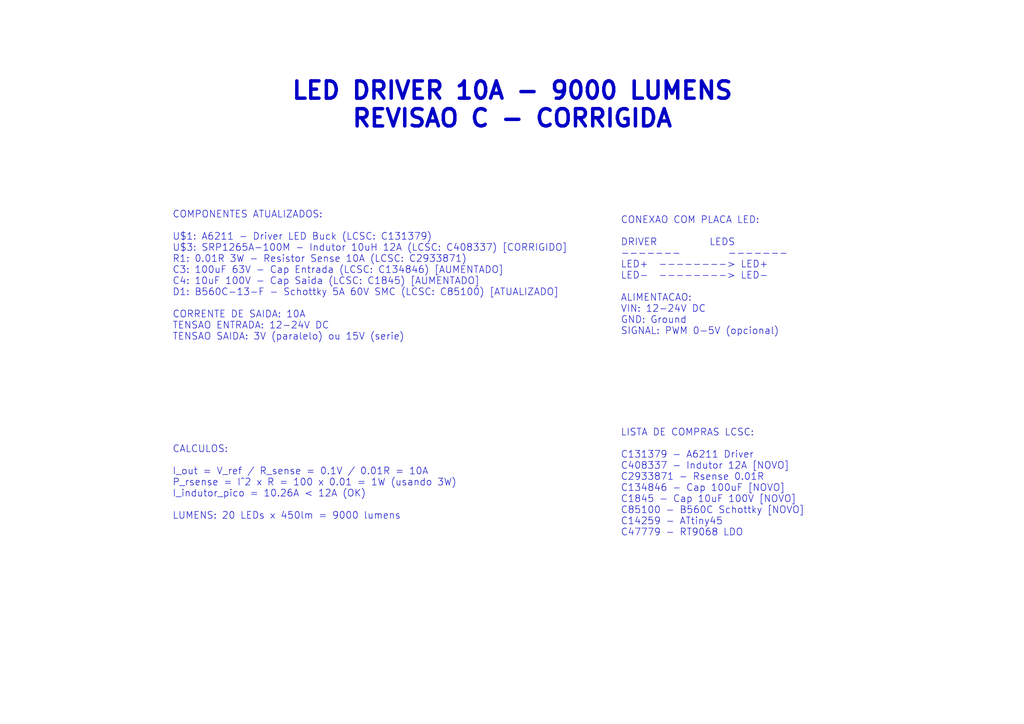
<source format=kicad_sch>
(kicad_sch (version 20250114) (generator "eeschema") (generator_version "9.0")
  (paper "A4")
  (title_block (title "LED Driver 10A - 9000 Lumens") (date "2026-01-26") (rev "C-CORRIGIDO") (company "AllysonTMDEV") (comment 1 "Indutor corrigido para 12A") (comment 2 "Capacitores aumentados"))
  (lib_symbols)
  (text "LED DRIVER 10A - 9000 LUMENS\nREVISAO C - CORRIGIDA" (at 148.59 30.48 0) (effects (font (size 5 5) (bold yes))))
  (text "COMPONENTES ATUALIZADOS:\n\nU$1: A6211 - Driver LED Buck (LCSC: C131379)\nU$3: SRP1265A-100M - Indutor 10uH 12A (LCSC: C408337) [CORRIGIDO]\nR1: 0.01R 3W - Resistor Sense 10A (LCSC: C2933871)\nC3: 100uF 63V - Cap Entrada (LCSC: C134846) [AUMENTADO]\nC4: 10uF 100V - Cap Saida (LCSC: C1845) [AUMENTADO]\nD1: B560C-13-F - Schottky 5A 60V SMC (LCSC: C85100) [ATUALIZADO]\n\nCORRENTE DE SAIDA: 10A\nTENSAO ENTRADA: 12-24V DC\nTENSAO SAIDA: 3V (paralelo) ou 15V (serie)" (at 50 80 0) (effects (font (size 2 2)) (justify left)))
  (text "CALCULOS:\n\nI_out = V_ref / R_sense = 0.1V / 0.01R = 10A\nP_rsense = I^2 x R = 100 x 0.01 = 1W (usando 3W)\nI_indutor_pico = 10.26A < 12A (OK)\n\nLUMENS: 20 LEDs x 450lm = 9000 lumens" (at 50 140 0) (effects (font (size 2 2)) (justify left)))
  (text "CONEXAO COM PLACA LED:\n\nDRIVER          LEDS\n-------         -------\nLED+  --------> LED+\nLED-  --------> LED-\n\nALIMENTACAO:\nVIN: 12-24V DC\nGND: Ground\nSIGNAL: PWM 0-5V (opcional)" (at 180 80 0) (effects (font (size 2 2)) (justify left)))
  (text "LISTA DE COMPRAS LCSC:\n\nC131379 - A6211 Driver\nC408337 - Indutor 12A [NOVO]\nC2933871 - Rsense 0.01R\nC134846 - Cap 100uF [NOVO]\nC1845 - Cap 10uF 100V [NOVO]\nC85100 - B560C Schottky [NOVO]\nC14259 - ATtiny45\nC47779 - RT9068 LDO" (at 180 140 0) (effects (font (size 2 2)) (justify left)))
)
</source>
